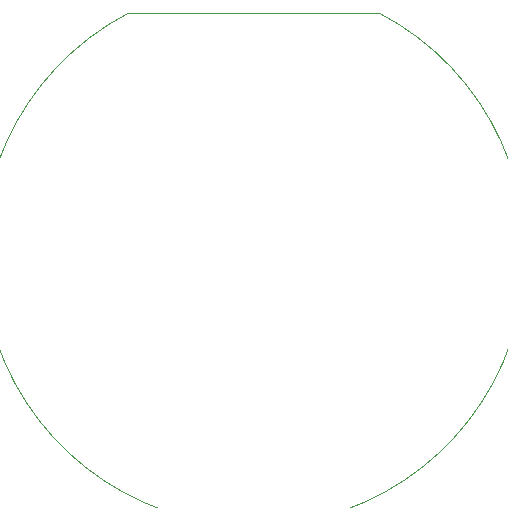
<source format=gm1>
G04 #@! TF.GenerationSoftware,KiCad,Pcbnew,5.1.5-52549c5~84~ubuntu18.04.1*
G04 #@! TF.CreationDate,2020-02-14T10:15:43+02:00*
G04 #@! TF.ProjectId,NRF52832_Touch_Switch_Power_Supply,4e524635-3238-4333-925f-546f7563685f,rev?*
G04 #@! TF.SameCoordinates,Original*
G04 #@! TF.FileFunction,Profile,NP*
%FSLAX46Y46*%
G04 Gerber Fmt 4.6, Leading zero omitted, Abs format (unit mm)*
G04 Created by KiCad (PCBNEW 5.1.5-52549c5~84~ubuntu18.04.1) date 2020-02-14 10:15:43*
%MOMM*%
%LPD*%
G04 APERTURE LIST*
%ADD10C,0.100000*%
G04 APERTURE END LIST*
D10*
X104276194Y-37968234D02*
X125445000Y-37973000D01*
X104276194Y-37968234D02*
G75*
G03X125445000Y-37973000I10579806J-20421766D01*
G01*
M02*

</source>
